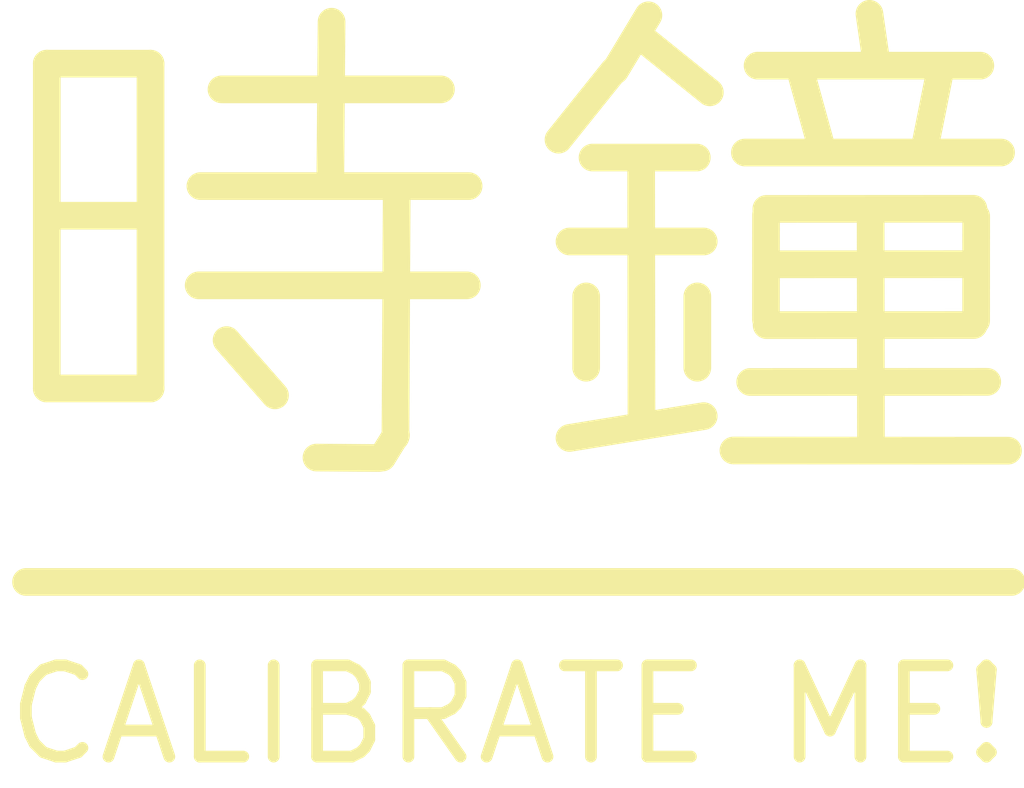
<source format=kicad_pcb>
(kicad_pcb (version 20171130) (host pcbnew "(5.1.9-0-10_14)")

  (general
    (thickness 1.6)
    (drawings 37)
    (tracks 0)
    (zones 0)
    (modules 0)
    (nets 1)
  )

  (page A4)
  (layers
    (0 F.Cu signal)
    (31 B.Cu signal)
    (32 B.Adhes user hide)
    (33 F.Adhes user hide)
    (34 B.Paste user hide)
    (35 F.Paste user hide)
    (36 B.SilkS user hide)
    (37 F.SilkS user)
    (38 B.Mask user hide)
    (39 F.Mask user hide)
    (40 Dwgs.User user)
    (41 Cmts.User user)
    (42 Eco1.User user)
    (43 Eco2.User user)
    (44 Edge.Cuts user)
    (45 Margin user)
    (46 B.CrtYd user hide)
    (47 F.CrtYd user hide)
    (48 B.Fab user hide)
    (49 F.Fab user hide)
  )

  (setup
    (last_trace_width 0.25)
    (user_trace_width 0.2)
    (user_trace_width 0.4)
    (trace_clearance 0.2)
    (zone_clearance 0.508)
    (zone_45_only no)
    (trace_min 0.2)
    (via_size 0.8)
    (via_drill 0.4)
    (via_min_size 0.4)
    (via_min_drill 0.3)
    (uvia_size 0.3)
    (uvia_drill 0.1)
    (uvias_allowed no)
    (uvia_min_size 0.2)
    (uvia_min_drill 0.1)
    (edge_width 0.05)
    (segment_width 0.2)
    (pcb_text_width 0.3)
    (pcb_text_size 1.5 1.5)
    (mod_edge_width 0.12)
    (mod_text_size 1 1)
    (mod_text_width 0.15)
    (pad_size 1.524 1.524)
    (pad_drill 0.762)
    (pad_to_mask_clearance 0)
    (aux_axis_origin 0 0)
    (visible_elements FFFFFF7F)
    (pcbplotparams
      (layerselection 0x010fc_ffffffff)
      (usegerberextensions false)
      (usegerberattributes true)
      (usegerberadvancedattributes true)
      (creategerberjobfile true)
      (excludeedgelayer true)
      (linewidth 0.100000)
      (plotframeref false)
      (viasonmask false)
      (mode 1)
      (useauxorigin false)
      (hpglpennumber 1)
      (hpglpenspeed 20)
      (hpglpendiameter 15.000000)
      (psnegative false)
      (psa4output false)
      (plotreference true)
      (plotvalue true)
      (plotinvisibletext false)
      (padsonsilk false)
      (subtractmaskfromsilk false)
      (outputformat 1)
      (mirror false)
      (drillshape 1)
      (scaleselection 1)
      (outputdirectory ""))
  )

  (net 0 "")

  (net_class Default "This is the default net class."
    (clearance 0.2)
    (trace_width 0.25)
    (via_dia 0.8)
    (via_drill 0.4)
    (uvia_dia 0.3)
    (uvia_drill 0.1)
  )

  (gr_text "CALIBRATE ME!" (at 158.475 95.425) (layer F.SilkS) (tstamp 6415E9CA)
    (effects (font (size 1.32 1.32) (thickness 0.17)))
  )
  (gr_line (start 156.85 91.375) (end 156.65 91.7) (layer F.SilkS) (width 0.4) (tstamp 6415E6F5))
  (gr_line (start 151.5 93.5) (end 165.75 93.5) (layer F.SilkS) (width 0.4))
  (gr_line (start 163.696622 85.278843) (end 163.8 86) (layer F.SilkS) (width 0.4) (tstamp 6415E8C1))
  (gr_line (start 164.718619 86.105105) (end 164.5 87.2) (layer F.SilkS) (width 0.4) (tstamp 6415E8BE))
  (gr_line (start 162.69899 86.105105) (end 163 87.2) (layer F.SilkS) (width 0.4) (tstamp 6415E8BB))
  (gr_line (start 163.713629 88.116522) (end 163.718474 91.5) (layer F.SilkS) (width 0.4) (tstamp 6415E89D))
  (gr_line (start 165.7 91.6) (end 161.729506 91.597569) (layer F.SilkS) (width 0.4) (tstamp 6415E88D))
  (gr_line (start 165.4 90.604539) (end 161.972184 90.606243) (layer F.SilkS) (width 0.4) (tstamp 6415E88A))
  (gr_line (start 165.240423 88.209165) (end 165.239451 89.721059) (layer F.SilkS) (width 0.4) (tstamp 6415E85F))
  (gr_line (start 162.200972 88.188106) (end 162.2 89.7) (layer F.SilkS) (width 0.4) (tstamp 6415E842))
  (gr_line (start 165.204333 89.782059) (end 162.209774 89.783763) (layer F.SilkS) (width 0.4) (tstamp 6415E826))
  (gr_line (start 165.2 88.901799) (end 162.205441 88.903503) (layer F.SilkS) (width 0.4) (tstamp 6415E824))
  (gr_line (start 165.2 88.1) (end 162.205441 88.101704) (layer F.SilkS) (width 0.4) (tstamp 6415E821))
  (gr_line (start 165.6 87.286029) (end 161.895427 87.286029) (layer F.SilkS) (width 0.4) (tstamp 6415E81E))
  (gr_line (start 165.3 86.028728) (end 162.078904 86.028728) (layer F.SilkS) (width 0.4) (tstamp 6415E81B))
  (gr_line (start 161.388444 86.415082) (end 160.5 85.7) (layer F.SilkS) (width 0.4) (tstamp 6415E7F1))
  (gr_line (start 160.5 85.3) (end 160.018474 86.1) (layer F.SilkS) (width 0.4) (tstamp 6415E7AC))
  (gr_line (start 160 86.1) (end 159.2 87.1) (layer F.SilkS) (width 0.4) (tstamp 6415E7A8))
  (gr_line (start 161.207705 89.367609) (end 161.207705 90.4) (layer F.SilkS) (width 0.4) (tstamp 6415E7A6))
  (gr_line (start 159.6 89.367609) (end 159.6 90.4) (layer F.SilkS) (width 0.4) (tstamp 6415E79E))
  (gr_line (start 161.3 88.573204) (end 159.359082 88.573204) (layer F.SilkS) (width 0.4) (tstamp 6415E774))
  (gr_line (start 161.2 87.358675) (end 159.69188 87.358675) (layer F.SilkS) (width 0.4) (tstamp 6415E756))
  (gr_line (start 161.3 91.1) (end 159.358923 91.415935) (layer F.SilkS) (width 0.4) (tstamp 6415E71F))
  (gr_line (start 160.395155 87.420387) (end 160.4 91.2) (layer F.SilkS) (width 0.4) (tstamp 6415E71C))
  (gr_line (start 156.6 91.706549) (end 155.7 91.7) (layer F.SilkS) (width 0.4) (tstamp 6415E6FD))
  (gr_line (start 155.1 90.8) (end 154.4 90) (layer F.SilkS) (width 0.4) (tstamp 6415E6F9))
  (gr_line (start 156.860459 87.843865) (end 156.842265 91.4) (layer F.SilkS) (width 0.4) (tstamp 6415E6F2))
  (gr_line (start 155.918194 85.393021) (end 155.9 87.7) (layer F.SilkS) (width 0.4) (tstamp 6415E6EE))
  (gr_line (start 157.874816 89.207882) (end 153.996405 89.207882) (layer F.SilkS) (width 0.4) (tstamp 6415E6DF))
  (gr_line (start 157.9 87.77154) (end 154.021589 87.77154) (layer F.SilkS) (width 0.4) (tstamp 6415E6DC))
  (gr_line (start 157.5 86.371961) (end 154.326618 86.371961) (layer F.SilkS) (width 0.4) (tstamp 6415E6D9))
  (gr_line (start 151.9 88.2) (end 153.2 88.2) (layer F.SilkS) (width 0.4))
  (gr_line (start 151.8 86) (end 151.8 90.7) (layer F.SilkS) (width 0.4))
  (gr_line (start 153.3 86) (end 151.8 86) (layer F.SilkS) (width 0.4))
  (gr_line (start 153.3 90.7) (end 153.3 86) (layer F.SilkS) (width 0.4))
  (gr_line (start 151.8 90.7) (end 153.3 90.7) (layer F.SilkS) (width 0.4))

)

</source>
